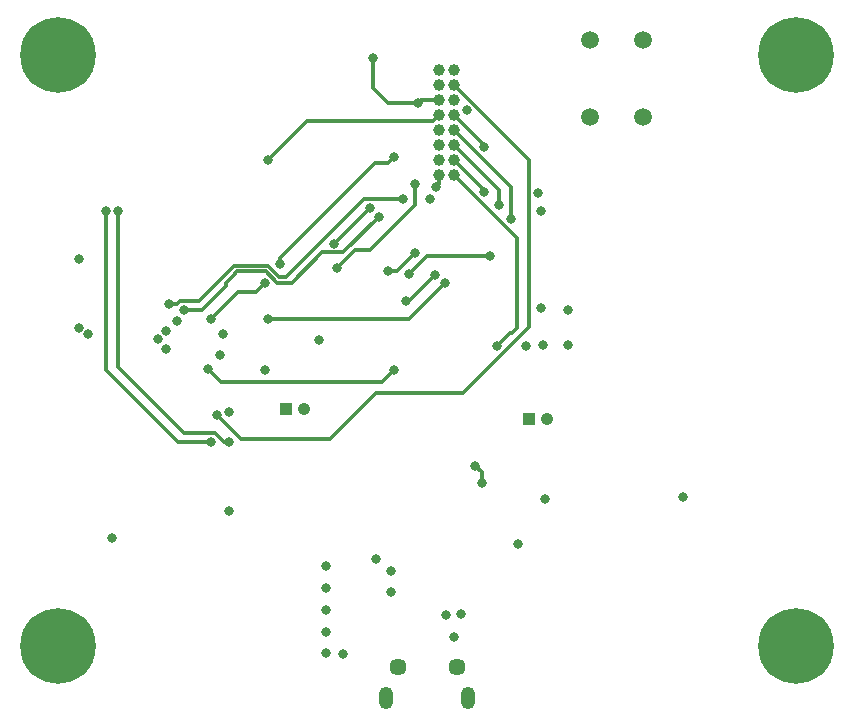
<source format=gbl>
G04 #@! TF.GenerationSoftware,KiCad,Pcbnew,(5.1.9)-1*
G04 #@! TF.CreationDate,2021-05-02T01:08:58+02:00*
G04 #@! TF.ProjectId,atmega32,61746d65-6761-4333-922e-6b696361645f,rev?*
G04 #@! TF.SameCoordinates,Original*
G04 #@! TF.FileFunction,Copper,L4,Bot*
G04 #@! TF.FilePolarity,Positive*
%FSLAX46Y46*%
G04 Gerber Fmt 4.6, Leading zero omitted, Abs format (unit mm)*
G04 Created by KiCad (PCBNEW (5.1.9)-1) date 2021-05-02 01:08:58*
%MOMM*%
%LPD*%
G01*
G04 APERTURE LIST*
G04 #@! TA.AperFunction,ComponentPad*
%ADD10C,1.500000*%
G04 #@! TD*
G04 #@! TA.AperFunction,ComponentPad*
%ADD11R,1.050000X1.050000*%
G04 #@! TD*
G04 #@! TA.AperFunction,ComponentPad*
%ADD12C,1.050000*%
G04 #@! TD*
G04 #@! TA.AperFunction,ComponentPad*
%ADD13C,1.000000*%
G04 #@! TD*
G04 #@! TA.AperFunction,ComponentPad*
%ADD14C,0.800000*%
G04 #@! TD*
G04 #@! TA.AperFunction,ComponentPad*
%ADD15C,6.400000*%
G04 #@! TD*
G04 #@! TA.AperFunction,ComponentPad*
%ADD16O,1.200000X1.900000*%
G04 #@! TD*
G04 #@! TA.AperFunction,ComponentPad*
%ADD17C,1.450000*%
G04 #@! TD*
G04 #@! TA.AperFunction,ViaPad*
%ADD18C,0.800000*%
G04 #@! TD*
G04 #@! TA.AperFunction,Conductor*
%ADD19C,0.300000*%
G04 #@! TD*
G04 APERTURE END LIST*
D10*
X147610000Y-102310000D03*
X147610000Y-95810000D03*
X152110000Y-102310000D03*
X152110000Y-95810000D03*
D11*
X121920000Y-127000000D03*
D12*
X123420000Y-127000000D03*
D11*
X142490000Y-127880000D03*
D12*
X143990000Y-127880000D03*
D13*
X136144000Y-107188000D03*
X134874000Y-107188000D03*
X136144000Y-105918000D03*
X134874000Y-105918000D03*
X136144000Y-104648000D03*
X134874000Y-104648000D03*
X136144000Y-103378000D03*
X134874000Y-103378000D03*
X136144000Y-102108000D03*
X134874000Y-102108000D03*
X136144000Y-100838000D03*
X134874000Y-100838000D03*
X136144000Y-99568000D03*
X134874000Y-99568000D03*
X136144000Y-98298000D03*
X134874000Y-98298000D03*
D14*
X166797056Y-145368944D03*
X165100000Y-144666000D03*
X163402944Y-145368944D03*
X162700000Y-147066000D03*
X163402944Y-148763056D03*
X165100000Y-149466000D03*
X166797056Y-148763056D03*
X167500000Y-147066000D03*
D15*
X165100000Y-147066000D03*
D14*
X166797056Y-95368944D03*
X165100000Y-94666000D03*
X163402944Y-95368944D03*
X162700000Y-97066000D03*
X163402944Y-98763056D03*
X165100000Y-99466000D03*
X166797056Y-98763056D03*
X167500000Y-97066000D03*
D15*
X165100000Y-97066000D03*
D14*
X104313056Y-145368944D03*
X102616000Y-144666000D03*
X100918944Y-145368944D03*
X100216000Y-147066000D03*
X100918944Y-148763056D03*
X102616000Y-149466000D03*
X104313056Y-148763056D03*
X105016000Y-147066000D03*
D15*
X102616000Y-147066000D03*
D14*
X104313056Y-95368944D03*
X102616000Y-94666000D03*
X100918944Y-95368944D03*
X100216000Y-97066000D03*
X100918944Y-98763056D03*
X102616000Y-99466000D03*
X104313056Y-98763056D03*
X105016000Y-97066000D03*
D15*
X102616000Y-97066000D03*
D16*
X137358000Y-151544000D03*
X130358000Y-151544000D03*
D17*
X136358000Y-148844000D03*
X131358000Y-148844000D03*
D18*
X107188000Y-137922000D03*
X105156000Y-120650000D03*
X104394000Y-120142000D03*
X104394000Y-114300000D03*
X141540000Y-138470000D03*
X155480000Y-134500000D03*
X130810000Y-140716000D03*
X130810000Y-142494000D03*
X129540000Y-139700000D03*
X138463950Y-133338000D03*
X137922000Y-131826000D03*
X139780000Y-121710000D03*
X132311669Y-115592331D03*
X139192000Y-114046000D03*
X133096000Y-101092000D03*
X129286000Y-97282000D03*
X125984000Y-113030000D03*
X129032000Y-109982000D03*
X120142000Y-123698000D03*
X107696000Y-110236000D03*
X117094000Y-129794000D03*
X116078000Y-127508000D03*
X117094000Y-127254000D03*
X106680000Y-110236000D03*
X115570000Y-129794000D03*
X136144000Y-146304000D03*
X135450000Y-144460000D03*
X136730000Y-144380000D03*
X143820000Y-134690000D03*
X142230000Y-121720000D03*
X143690000Y-121650000D03*
X145820000Y-121610000D03*
X143480000Y-118460000D03*
X116586000Y-120650000D03*
X111061202Y-121150000D03*
X112706932Y-119610001D03*
X124714000Y-121158000D03*
X117094000Y-135636000D03*
X143510000Y-110236000D03*
X137264669Y-101749331D03*
X134620000Y-108204000D03*
X138706331Y-108689669D03*
X132842000Y-113792000D03*
X130556000Y-115316000D03*
X113284000Y-118618000D03*
X129794000Y-110744000D03*
X139954000Y-109728000D03*
X134515331Y-115674669D03*
X115316000Y-123649998D03*
X131064000Y-123698000D03*
X132080000Y-117856000D03*
X120396000Y-119380000D03*
X140992331Y-110975669D03*
X135382000Y-116332000D03*
X115570000Y-119380000D03*
X121412000Y-114796000D03*
X120106108Y-116367892D03*
X131064000Y-105664000D03*
X112014000Y-118110000D03*
X138706331Y-104879669D03*
X134112000Y-109220000D03*
X131826000Y-109220000D03*
X120396000Y-105918000D03*
X132842000Y-107950000D03*
X126215669Y-115084331D03*
X125270000Y-142187500D03*
X125270000Y-145882500D03*
X125270000Y-147730000D03*
X126730000Y-147750000D03*
X125270000Y-144035000D03*
X125270000Y-140340000D03*
X145780000Y-118680000D03*
X111760000Y-120396000D03*
X111760000Y-121920000D03*
X116332000Y-122428000D03*
X143256000Y-108712000D03*
D19*
X138463950Y-132367950D02*
X137922000Y-131826000D01*
X138463950Y-133338000D02*
X138463950Y-132367950D01*
X139780000Y-121710000D02*
X140900000Y-120590000D01*
X136144000Y-107188000D02*
X141478000Y-112522000D01*
X141478000Y-112522000D02*
X141478000Y-120142000D01*
X141030000Y-120590000D02*
X141478000Y-120142000D01*
X140900000Y-120590000D02*
X141030000Y-120590000D01*
X133858000Y-114046000D02*
X139192000Y-114046000D01*
X132311669Y-115592331D02*
X133858000Y-114046000D01*
X133350000Y-100838000D02*
X133096000Y-101092000D01*
X134874000Y-100838000D02*
X133350000Y-100838000D01*
X129286000Y-97282000D02*
X129286000Y-99822000D01*
X130556000Y-101092000D02*
X133096000Y-101092000D01*
X129286000Y-99822000D02*
X130556000Y-101092000D01*
X126055910Y-112958090D02*
X129032000Y-109982000D01*
X107696000Y-110236000D02*
X107696000Y-123444000D01*
X107696000Y-123444000D02*
X113284000Y-129032000D01*
X116680002Y-129794000D02*
X117094000Y-129794000D01*
X115918002Y-129032000D02*
X116680002Y-129794000D01*
X113284000Y-129032000D02*
X115918002Y-129032000D01*
X125675120Y-129540000D02*
X118110000Y-129540000D01*
X129540000Y-125675120D02*
X125675120Y-129540000D01*
X136924882Y-125675120D02*
X129540000Y-125675120D01*
X142505999Y-120094003D02*
X136924882Y-125675120D01*
X118110000Y-129540000D02*
X116078000Y-127508000D01*
X142505999Y-105929999D02*
X142505999Y-120094003D01*
X136144000Y-99568000D02*
X142505999Y-105929999D01*
X106680000Y-110236000D02*
X106680000Y-123698000D01*
X112776000Y-129794000D02*
X115570000Y-129794000D01*
X106680000Y-123698000D02*
X112776000Y-129794000D01*
X134874000Y-107950000D02*
X134620000Y-108204000D01*
X134874000Y-107188000D02*
X134874000Y-107950000D01*
X138706331Y-108480331D02*
X138706331Y-108689669D01*
X136144000Y-105918000D02*
X138706331Y-108480331D01*
X131318000Y-115316000D02*
X132842000Y-113792000D01*
X130556000Y-115316000D02*
X131318000Y-115316000D01*
X114808000Y-118618000D02*
X113284000Y-118618000D01*
X116840000Y-116586000D02*
X114808000Y-118618000D01*
X116840000Y-116332000D02*
X116840000Y-116586000D01*
X117602000Y-115570000D02*
X116840000Y-116332000D01*
X117602000Y-115539118D02*
X117602000Y-115570000D01*
X120188890Y-115390012D02*
X117751106Y-115390012D01*
X117751106Y-115390012D02*
X117602000Y-115539118D01*
X121130878Y-116332000D02*
X120188890Y-115390012D01*
X122428000Y-116332000D02*
X121130878Y-116332000D01*
X124979999Y-113780001D02*
X122428000Y-116332000D01*
X126757999Y-113780001D02*
X124979999Y-113780001D01*
X129794000Y-110744000D02*
X126757999Y-113780001D01*
X139954000Y-108458000D02*
X139954000Y-109728000D01*
X136144000Y-104648000D02*
X139954000Y-108458000D01*
X134515331Y-115674669D02*
X132627950Y-117562050D01*
X115316000Y-123649998D02*
X116380002Y-124714000D01*
X130048000Y-124714000D02*
X131064000Y-123698000D01*
X116380002Y-124714000D02*
X130048000Y-124714000D01*
X132334000Y-117856000D02*
X132627950Y-117562050D01*
X132080000Y-117856000D02*
X132334000Y-117856000D01*
X120396000Y-119380000D02*
X127000000Y-119380000D01*
X127000000Y-119380000D02*
X127254000Y-119380000D01*
X140992331Y-108226331D02*
X140992331Y-110975669D01*
X136144000Y-103378000D02*
X140992331Y-108226331D01*
X132334000Y-119380000D02*
X127254000Y-119380000D01*
X135382000Y-116332000D02*
X132334000Y-119380000D01*
X119380000Y-117094000D02*
X120106108Y-116367892D01*
X117856000Y-117094000D02*
X119380000Y-117094000D01*
X115570000Y-119380000D02*
X117856000Y-117094000D01*
X121412000Y-114230315D02*
X129470315Y-106172000D01*
X121412000Y-114796000D02*
X121412000Y-114230315D01*
X130556000Y-106172000D02*
X131064000Y-105664000D01*
X129470315Y-106172000D02*
X130556000Y-106172000D01*
X138706331Y-104670331D02*
X138706331Y-104879669D01*
X136144000Y-102108000D02*
X138706331Y-104670331D01*
X112681998Y-118110000D02*
X112014000Y-118110000D01*
X112923999Y-117867999D02*
X112681998Y-118110000D01*
X114565999Y-117867999D02*
X112923999Y-117867999D01*
X120396000Y-114890002D02*
X117543996Y-114890002D01*
X117543996Y-114890002D02*
X114565999Y-117867999D01*
X121329998Y-115824000D02*
X120396000Y-114890002D01*
X121920000Y-115824000D02*
X121329998Y-115824000D01*
X128524000Y-109220000D02*
X121920000Y-115824000D01*
X131826000Y-109220000D02*
X128524000Y-109220000D01*
X123698000Y-102616000D02*
X120396000Y-105918000D01*
X134366000Y-102616000D02*
X123698000Y-102616000D01*
X134874000Y-102108000D02*
X134366000Y-102616000D01*
X132842000Y-109728001D02*
X132842000Y-107950000D01*
X129032000Y-113538001D02*
X132842000Y-109728001D01*
X127761999Y-113538001D02*
X126215669Y-115084331D01*
X129032000Y-113538001D02*
X127761999Y-113538001D01*
M02*

</source>
